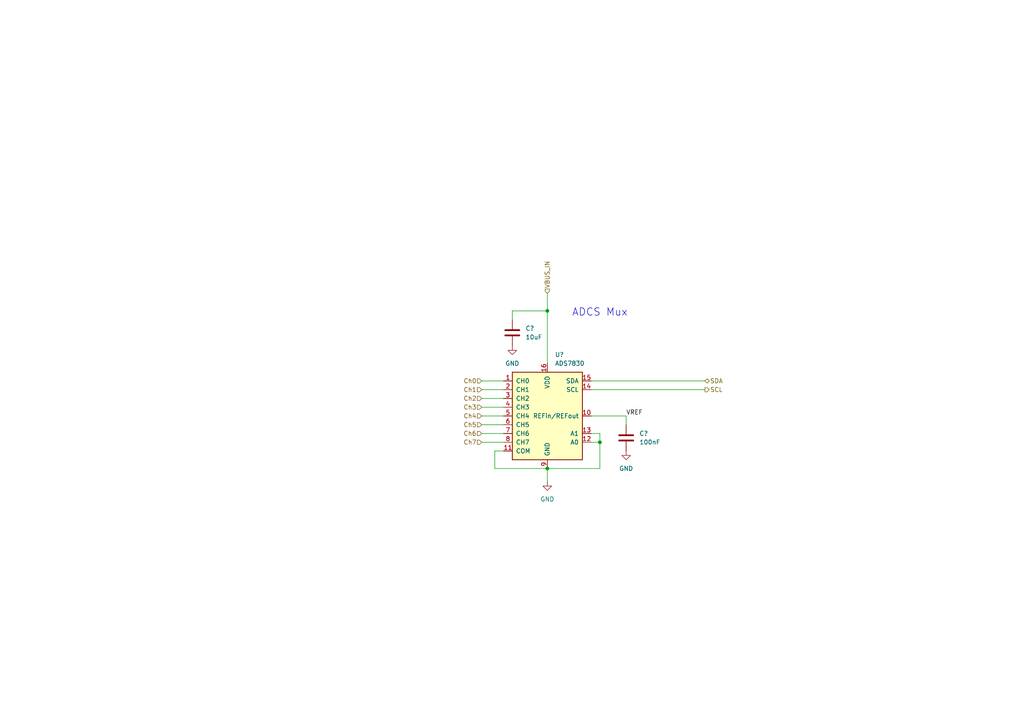
<source format=kicad_sch>
(kicad_sch (version 20250114) (generator "eeschema") (generator_version "9.0")
  (paper "A4")
  (title_block (title "ADCS Main Board") (date "2025-04-07") (rev "1.2") (company "Stanford Student Space Initiative") (comment 1 "Sage Wu"))
  (lib_symbols
    (symbol "Analog_DAC:ADS7830" (pin_names (offset 1.016))
      (property "Reference" "U" (at -10.16 13.716 0))
      (property "Value" "ADS7830" (at 1.778 13.716 0))
      (symbol "ADS7830_0_1"
        (rectangle (start -10.16 12.7) (end 10.16 -12.7) (stroke (width 0.254)) (fill (type background)))
      )
      (symbol "ADS7830_1_1"
        (pin input line (at -12.7 10.16 0) (length 2.54) (name "CH0") (number "1"))
        (pin input line (at -12.7 7.62 0) (length 2.54) (name "CH1") (number "2"))
        (pin input line (at -12.7 5.08 0) (length 2.54) (name "CH2") (number "3"))
        (pin input line (at -12.7 2.54 0) (length 2.54) (name "CH3") (number "4"))
        (pin input line (at -12.7 0 0) (length 2.54) (name "CH4") (number "5"))
        (pin input line (at -12.7 -2.54 0) (length 2.54) (name "CH5") (number "6"))
        (pin input line (at -12.7 -5.08 0) (length 2.54) (name "CH6") (number "7"))
        (pin input line (at -12.7 -7.62 0) (length 2.54) (name "CH7") (number "8"))
        (pin input line (at -12.7 -10.16 0) (length 2.54) (name "COM") (number "11"))
        (pin power_in line (at 0 15.24 270) (length 2.54) (name "VDD") (number "16"))
        (pin power_in line (at 0 -15.24 90) (length 2.54) (name "GND") (number "9"))
        (pin bidirectional line (at 12.7 10.16 180) (length 2.54) (name "SDA") (number "15"))
        (pin input line (at 12.7 7.62 180) (length 2.54) (name "SCL") (number "14"))
        (pin bidirectional line (at 12.7 0 180) (length 2.54) (name "REFin/REFout") (number "10"))
        (pin input line (at 12.7 -5.08 180) (length 2.54) (name "A1") (number "13"))
        (pin input line (at 12.7 -7.62 180) (length 2.54) (name "A0") (number "12"))
      )
    )
    (symbol "Device:C" (pin_numbers (hide yes)) (pin_names (offset 0.254))
      (property "Reference" "C" (at 0.635 2.54 0))
      (property "Value" "C" (at 0.635 -2.54 0))
      (symbol "C_0_1"
        (polyline (pts (xy -2.032 0.762) (xy 2.032 0.762)) (stroke (width 0.508)))
        (polyline (pts (xy -2.032 -0.762) (xy 2.032 -0.762)) (stroke (width 0.508)))
      )
      (symbol "C_1_1"
        (pin passive line (at 0 3.81 270) (length 2.794) (name "~") (number "1"))
        (pin passive line (at 0 -3.81 90) (length 2.794) (name "~") (number "2"))
      )
    )
    (symbol "power:GND" (power) (pin_numbers (hide yes)) (pin_names (offset 0) (hide yes))
      (property "Value" "GND" (at 0 -3.81 0))
      (symbol "GND_0_1"
        (polyline (pts (xy 0 0) (xy 0 -1.27) (xy 1.27 -1.27) (xy 0 -2.54) (xy -1.27 -1.27) (xy 0 -1.27)))
      )
      (symbol "GND_1_1"
        (pin power_in line (at 0 0 270) (length 0) (name "~") (number "1"))
      )
    )
  )
  (text "ADCS Mux" (at 165.862 91.948 0) (effects (font (size 2.159 2.159)) (justify left bottom)))
  (junction (at 173.99 128.27))
  (junction (at 158.75 90.17))
  (junction (at 158.75 135.89))
  (wire (pts (xy 171.45 120.65) (xy 181.61 120.65)))
  (wire (pts (xy 139.7 125.73) (xy 146.05 125.73)))
  (wire (pts (xy 181.61 120.65) (xy 181.61 123.19)))
  (wire (pts (xy 171.45 110.49) (xy 204.47 110.49)))
  (wire (pts (xy 143.51 135.89) (xy 158.75 135.89)))
  (wire (pts (xy 148.59 92.71) (xy 148.59 90.17)))
  (wire (pts (xy 171.45 125.73) (xy 173.99 125.73)))
  (wire (pts (xy 143.51 130.81) (xy 143.51 135.89)))
  (wire (pts (xy 158.75 85.09) (xy 158.75 90.17)))
  (wire (pts (xy 171.45 128.27) (xy 173.99 128.27)))
  (wire (pts (xy 173.99 128.27) (xy 173.99 135.89)))
  (wire (pts (xy 139.7 110.49) (xy 146.05 110.49)))
  (wire (pts (xy 158.75 135.89) (xy 173.99 135.89)))
  (wire (pts (xy 139.7 113.03) (xy 146.05 113.03)))
  (wire (pts (xy 158.75 135.89) (xy 158.75 139.7)))
  (wire (pts (xy 158.75 90.17) (xy 158.75 105.41)))
  (wire (pts (xy 173.99 125.73) (xy 173.99 128.27)))
  (wire (pts (xy 139.7 123.19) (xy 146.05 123.19)))
  (wire (pts (xy 146.05 130.81) (xy 143.51 130.81)))
  (wire (pts (xy 148.59 90.17) (xy 158.75 90.17)))
  (wire (pts (xy 139.7 118.11) (xy 146.05 118.11)))
  (wire (pts (xy 139.7 115.57) (xy 146.05 115.57)))
  (wire (pts (xy 139.7 120.65) (xy 146.05 120.65)))
  (wire (pts (xy 171.45 113.03) (xy 204.47 113.03)))
  (wire (pts (xy 139.7 128.27) (xy 146.05 128.27)))
  (label "VREF" (at 181.61 120.65 0))
  (hierarchical_label "Ch1" (shape input) (at 139.7 113.03 180))
  (hierarchical_label "Ch7" (shape input) (at 139.7 128.27 180))
  (hierarchical_label "SDA" (shape bidirectional) (at 204.47 110.49 0))
  (hierarchical_label "Ch4" (shape input) (at 139.7 120.65 180))
  (hierarchical_label "Ch2" (shape input) (at 139.7 115.57 180))
  (hierarchical_label "Ch0" (shape input) (at 139.7 110.49 180))
  (hierarchical_label "Ch5" (shape input) (at 139.7 123.19 180))
  (hierarchical_label "Ch6" (shape input) (at 139.7 125.73 180))
  (hierarchical_label "SCL" (shape output) (at 204.47 113.03 0))
  (hierarchical_label "VBUS_IN" (shape input) (at 158.75 85.09 90))
  (hierarchical_label "Ch3" (shape input) (at 139.7 118.11 180))
  (symbol (lib_id "Analog_DAC:ADS7830") (at 158.75 120.65 0) (unit 1)
    (property "Reference" "U?" (at 160.9441 102.87 0) (effects (justify left)))
    (property "Value" "ADS7830" (at 160.9441 105.41 0) (effects (justify left)))
    (property "Footprint" "Package_SO:TSSOP-16_4.4x5mm_P0.65mm" (effects (hide yes)))
    (property "Datasheet" "http://www.ti.com/lit/ds/symlink/ads7830.pdf" (effects (hide yes)))
    (property "Description" "Single-supply, 8bit, 8 ch, SAR, 70kHz SR, 2.7 - 5 VDD, I2C, TSSOP-16" (effects (hide yes)))
    (instances (project "Avionics" (path "" (reference "U?") (unit 1)) (path "" (reference "U?") (unit 1))) (project "" (path "" (reference "U9") (unit 1)) (path "" (reference "U14") (unit 1))))
  )
  (symbol (lib_id "Device:C") (at 148.59 96.52 0) (unit 1)
    (property "Reference" "C?" (at 152.4 95.2499 0) (effects (justify left)))
    (property "Value" "10uF" (at 152.4 97.7899 0) (effects (justify left)))
    (property "Footprint" "Capacitor_SMD:C_0603_1608Metric" (effects (hide yes)))
    (property "Description" "Unpolarized capacitor" (effects (hide yes)))
    (instances (project "Avionics" (path "" (reference "C?") (unit 1)) (path "" (reference "C?") (unit 1))) (project "ADCS_board" (path "" (reference "C6") (unit 1)) (path "" (reference "C8") (unit 1))))
  )
  (symbol (lib_id "power:GND") (at 148.59 100.33 0) (unit 1)
    (property "Reference" "#PWR?" (effects (hide yes)))
    (property "Value" "GND" (at 148.59 105.41 0))
    (property "Description" "Power symbol creates a global label with name \"GND\" , ground" (effects (hide yes)))
    (instances (project "Avionics" (path "" (reference "#PWR?") (unit 1)) (path "" (reference "#PWR?") (unit 1))) (project "ADCS_board" (path "" (reference "#PWR015") (unit 1)) (path "" (reference "#PWR054") (unit 1))))
  )
  (symbol (lib_id "Device:C") (at 181.61 127 0) (unit 1)
    (property "Reference" "C?" (at 185.42 125.7299 0) (effects (justify left)))
    (property "Value" "100nF" (at 185.42 128.2699 0) (effects (justify left)))
    (property "Footprint" "Capacitor_SMD:C_0603_1608Metric" (effects (hide yes)))
    (property "Description" "Unpolarized capacitor" (effects (hide yes)))
    (instances (project "Avionics" (path "" (reference "C?") (unit 1)) (path "" (reference "C?") (unit 1))) (project "ADCS_board" (path "" (reference "C59") (unit 1)) (path "" (reference "C60") (unit 1))))
  )
  (symbol (lib_id "power:GND") (at 181.61 130.81 0) (unit 1)
    (property "Reference" "#PWR?" (effects (hide yes)))
    (property "Value" "GND" (at 181.61 135.89 0))
    (property "Description" "Power symbol creates a global label with name \"GND\" , ground" (effects (hide yes)))
    (instances (project "Avionics" (path "" (reference "#PWR?") (unit 1)) (path "" (reference "#PWR?") (unit 1))) (project "ADCS_board" (path "" (reference "#PWR086") (unit 1)) (path "" (reference "#PWR087") (unit 1))))
  )
  (symbol (lib_id "power:GND") (at 158.75 139.7 0) (unit 1)
    (property "Reference" "#PWR?" (effects (hide yes)))
    (property "Value" "GND" (at 158.75 144.78 0))
    (property "Description" "Power symbol creates a global label with name \"GND\" , ground" (effects (hide yes)))
    (instances (project "Avionics" (path "" (reference "#PWR?") (unit 1)) (path "" (reference "#PWR?") (unit 1))) (project "ADCS_board" (path "" (reference "#PWR08") (unit 1)) (path "" (reference "#PWR014") (unit 1))))
  )
)
</source>
